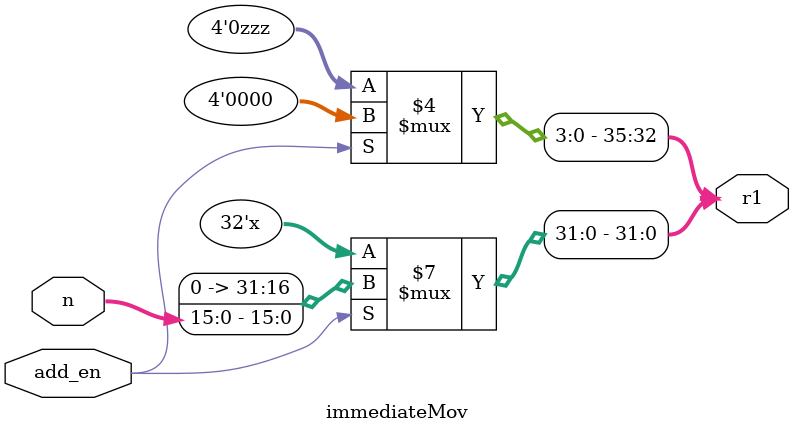
<source format=v>
module immediateMov(n, r1, add_en);
input  [15:0] n;
input add_en;
output reg [35:0] r1;

always @*
begin 
if(add_en==1'b1)
begin
	r1={16'b0,n};
	r1[35:32] = 4'b0;
end
else
r1=35'bz;
end

endmodule
</source>
